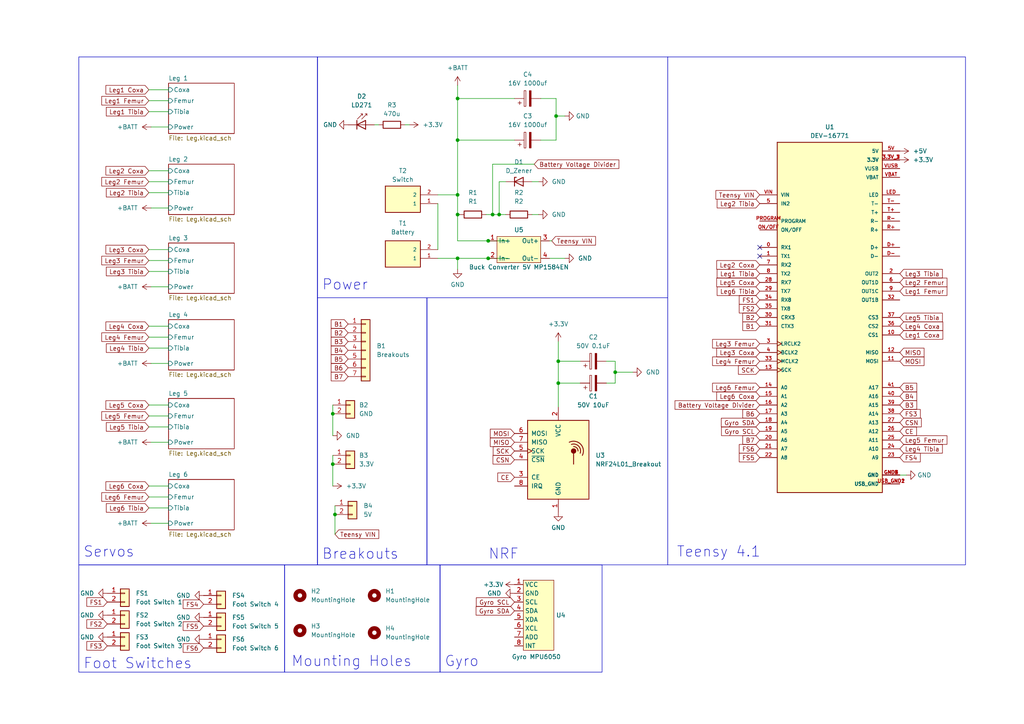
<source format=kicad_sch>
(kicad_sch (version 20230121) (generator eeschema)
  (paper "A4")
  (title_block (title "Hexapod PCB - Teensy 4.1") (date "2025-02-20") (rev "1") (company "Aecert Robotics") (comment 1 "Teensy 4.1 - 18 servos - NRF24l01- Gyro - Voltage Reg - Battery & Switch Terminals"))
  (lib_symbols
    (symbol "Buck Converter 5v MP1584EN:Buck_Converter_5v_MP1584EN"
      (property "Reference" "U" (at 0 0 0))
      (symbol "Buck_Converter_5v_MP1584EN_1_1"
        (rectangle (start -6.35 8.89) (end 6.35 1.27) (fill (type background)))
        (pin power_in line (at -8.89 7.62 0) (length 2.54) (name "In+") (number "1"))
        (pin power_in line (at -8.89 2.54 0) (length 2.54) (name "In-") (number "2"))
        (pin power_out line (at 8.89 7.62 180) (length 2.54) (name "Out+") (number "3"))
        (pin power_out line (at 8.89 2.54 180) (length 2.54) (name "Out-") (number "4"))
      )
    )
    (symbol "Connector_Generic:Conn_01x02" (pin_names (offset 1.016) hide)
      (property "Reference" "J" (at 0 2.54 0))
      (property "Value" "Conn_01x02" (at 0 -5.08 0))
      (symbol "Conn_01x02_1_1"
        (rectangle (start -1.27 -2.413) (end 0 -2.667) (stroke (width 0.1524)))
        (rectangle (start -1.27 0.127) (end 0 -0.127) (stroke (width 0.1524)))
        (rectangle (start -1.27 1.27) (end 1.27 -3.81) (stroke (width 0.254)) (fill (type background)))
        (pin passive line (at -5.08 0 0) (length 3.81) (name "Pin_1") (number "1"))
        (pin passive line (at -5.08 -2.54 0) (length 3.81) (name "Pin_2") (number "2"))
      )
    )
    (symbol "Connector_Generic:Conn_01x07" (pin_names (offset 1.016) hide)
      (property "Reference" "J" (at 0 10.16 0))
      (property "Value" "Conn_01x07" (at 0 -10.16 0))
      (symbol "Conn_01x07_1_1"
        (rectangle (start -1.27 -7.493) (end 0 -7.747) (stroke (width 0.1524)))
        (rectangle (start -1.27 -4.953) (end 0 -5.207) (stroke (width 0.1524)))
        (rectangle (start -1.27 -2.413) (end 0 -2.667) (stroke (width 0.1524)))
        (rectangle (start -1.27 0.127) (end 0 -0.127) (stroke (width 0.1524)))
        (rectangle (start -1.27 2.667) (end 0 2.413) (stroke (width 0.1524)))
        (rectangle (start -1.27 5.207) (end 0 4.953) (stroke (width 0.1524)))
        (rectangle (start -1.27 7.747) (end 0 7.493) (stroke (width 0.1524)))
        (rectangle (start -1.27 8.89) (end 1.27 -8.89) (stroke (width 0.254)) (fill (type background)))
        (pin passive line (at -5.08 7.62 0) (length 3.81) (name "Pin_1") (number "1"))
        (pin passive line (at -5.08 5.08 0) (length 3.81) (name "Pin_2") (number "2"))
        (pin passive line (at -5.08 2.54 0) (length 3.81) (name "Pin_3") (number "3"))
        (pin passive line (at -5.08 0 0) (length 3.81) (name "Pin_4") (number "4"))
        (pin passive line (at -5.08 -2.54 0) (length 3.81) (name "Pin_5") (number "5"))
        (pin passive line (at -5.08 -5.08 0) (length 3.81) (name "Pin_6") (number "6"))
        (pin passive line (at -5.08 -7.62 0) (length 3.81) (name "Pin_7") (number "7"))
      )
    )
    (symbol "Device:C_Polarized" (pin_numbers hide) (pin_names (offset 0.254))
      (property "Reference" "C" (at 0.635 2.54 0))
      (property "Value" "C_Polarized" (at 0.635 -2.54 0))
      (symbol "C_Polarized_0_1"
        (rectangle (start -2.286 0.508) (end 2.286 1.016))
        (polyline (pts (xy -1.778 2.286) (xy -0.762 2.286)))
        (polyline (pts (xy -1.27 2.794) (xy -1.27 1.778)))
        (rectangle (start 2.286 -0.508) (end -2.286 -1.016) (fill (type outline)))
      )
      (symbol "C_Polarized_1_1"
        (pin passive line (at 0 3.81 270) (length 2.794) (name "~") (number "1"))
        (pin passive line (at 0 -3.81 90) (length 2.794) (name "~") (number "2"))
      )
    )
    (symbol "Device:D_Zener" (pin_numbers hide) (pin_names (offset 1.016) hide)
      (property "Reference" "D" (at 0 2.54 0))
      (property "Value" "D_Zener" (at 0 -2.54 0))
      (symbol "D_Zener_0_1"
        (polyline (pts (xy 1.27 0) (xy -1.27 0)))
        (polyline (pts (xy -1.27 -1.27) (xy -1.27 1.27) (xy -0.762 1.27)) (stroke (width 0.254)))
        (polyline (pts (xy 1.27 -1.27) (xy 1.27 1.27) (xy -1.27 0) (xy 1.27 -1.27)) (stroke (width 0.254)))
      )
      (symbol "D_Zener_1_1"
        (pin passive line (at -3.81 0 0) (length 2.54) (name "K") (number "1"))
        (pin passive line (at 3.81 0 180) (length 2.54) (name "A") (number "2"))
      )
    )
    (symbol "Device:R" (pin_numbers hide) (pin_names (offset 0))
      (property "Reference" "R" (at 2.032 0 90))
      (property "Value" "R" (at 0 0 90))
      (symbol "R_0_1"
        (rectangle (start -1.016 -2.54) (end 1.016 2.54) (stroke (width 0.254)))
      )
      (symbol "R_1_1"
        (pin passive line (at 0 3.81 270) (length 1.27) (name "~") (number "1"))
        (pin passive line (at 0 -3.81 90) (length 1.27) (name "~") (number "2"))
      )
    )
    (symbol "LED:LD271" (pin_numbers hide) (pin_names (offset 1.016) hide)
      (property "Reference" "D" (at 0.508 1.778 0))
      (property "Value" "LD271" (at -1.016 -2.794 0))
      (symbol "LD271_0_1"
        (polyline (pts (xy -2.54 1.27) (xy -2.54 -1.27)) (stroke (width 0.254)))
        (polyline (pts (xy 0 0) (xy -2.54 0)))
        (polyline (pts (xy 0.381 3.175) (xy -0.127 3.175)))
        (polyline (pts (xy -1.143 1.651) (xy 0.381 3.175) (xy 0.381 2.667)))
        (polyline (pts (xy 0 -1.27) (xy -2.54 0) (xy 0 1.27) (xy 0 -1.27)) (stroke (width 0.254)))
        (polyline (pts (xy -2.413 1.651) (xy -0.889 3.175) (xy -0.889 2.667) (xy -0.889 3.175) (xy -1.397 3.175)))
      )
      (symbol "LD271_1_1"
        (pin passive line (at -5.08 0 0) (length 2.54) (name "K") (number "1"))
        (pin passive line (at 2.54 0 180) (length 2.54) (name "A") (number "2"))
      )
    )
    (symbol "MPU6050 THT:MPU6050_THT"
      (property "Reference" "U" (at 0 0 0))
      (symbol "MPU6050_THT_1_1"
        (rectangle (start -2.54 24.13) (end 6.35 3.81) (fill (type background)))
        (pin power_in line (at -5.08 22.86 0) (length 2.54) (name "VCC") (number "1"))
        (pin power_in line (at -5.08 20.32 0) (length 2.54) (name "GND") (number "2"))
        (pin output line (at -5.08 17.78 0) (length 2.54) (name "SCL") (number "3"))
        (pin output line (at -5.08 15.24 0) (length 2.54) (name "SDA") (number "4"))
        (pin output line (at -5.08 12.7 0) (length 2.54) (name "XDA") (number "5"))
        (pin output line (at -5.08 10.16 0) (length 2.54) (name "XCL") (number "6"))
        (pin output line (at -5.08 7.62 0) (length 2.54) (name "ADO") (number "7"))
        (pin output line (at -5.08 5.08 0) (length 2.54) (name "INT") (number "8"))
      )
    )
    (symbol "Mechanical:MountingHole" (pin_names (offset 1.016))
      (property "Reference" "H" (at 0 5.08 0))
      (property "Value" "MountingHole" (at 0 3.175 0))
      (symbol "MountingHole_0_1"
        (circle (center 0 0) (radius 1.27) (stroke (width 1.27)))
      )
    )
    (symbol "Power Terminal 2 Pin:TB005-762-02BE" (pin_names (offset 1.016))
      (property "Reference" "J" (at -5.58 5.08 0))
      (property "Value" "TB005-762-02BE" (at -5.08 -5.08 0))
      (symbol "TB005-762-02BE_0_0"
        (rectangle (start -5.08 -2.54) (end 5.08 5.08) (stroke (width 0.254)) (fill (type background)))
        (pin passive line (at -10.16 2.54 0) (length 5.08) (name "1") (number "1"))
        (pin passive line (at -10.16 0 0) (length 5.08) (name "2") (number "2"))
      )
    )
    (symbol "RF:NRF24L01_Breakout" (pin_names (offset 1.016))
      (property "Reference" "U" (at -8.89 12.7 0))
      (property "Value" "NRF24L01_Breakout" (at 3.81 12.7 0))
      (symbol "NRF24L01_Breakout_0_1"
        (rectangle (start -8.89 11.43) (end 8.89 -11.43) (stroke (width 0.254)) (fill (type background)))
        (polyline (pts (xy 4.445 1.905) (xy 4.445 -1.27)) (stroke (width 0.254)))
        (circle (center 4.445 2.54) (radius 0.635) (stroke (width 0.254)) (fill (type outline)))
        (arc (start 5.715 2.54) (mid 5.3521 3.4546) (end 4.445 3.81) (stroke (width 0.254)))
        (arc (start 6.35 1.905) (mid 5.8763 3.9854) (end 3.81 4.445) (stroke (width 0.254)))
        (arc (start 6.985 1.27) (mid 6.453 4.548) (end 3.175 5.08) (stroke (width 0.254)))
      )
      (symbol "NRF24L01_Breakout_1_1"
        (pin power_in line (at 0 -15.24 90) (length 3.81) (name "GND") (number "1"))
        (pin power_in line (at 0 15.24 270) (length 3.81) (name "VCC") (number "2"))
        (pin input line (at -12.7 -5.08 0) (length 3.81) (name "CE") (number "3"))
        (pin input line (at -12.7 0 0) (length 3.81) (name "~{CSN}") (number "4"))
        (pin input clock (at -12.7 2.54 0) (length 3.81) (name "SCK") (number "5"))
        (pin input line (at -12.7 7.62 0) (length 3.81) (name "MOSI") (number "6"))
        (pin output line (at -12.7 5.08 0) (length 3.81) (name "MISO") (number "7"))
        (pin output line (at -12.7 -7.62 0) (length 3.81) (name "IRQ") (number "8"))
      )
    )
    (symbol "Teensy 4.1:DEV-16771" (pin_names (offset 1.016))
      (property "Reference" "U" (at -15.24 52.07 0))
      (property "Value" "DEV-16771" (at -15.24 -53.34 0))
      (symbol "DEV-16771_0_0"
        (rectangle (start -15.24 -50.8) (end 15.24 50.8) (stroke (width 0.254)) (fill (type background)))
        (pin bidirectional line (at -20.32 20.32 0) (length 5.08) (name "RX1") (number "0"))
        (pin bidirectional line (at -20.32 17.78 0) (length 5.08) (name "TX1") (number "1"))
        (pin bidirectional line (at 20.32 -5.08 180) (length 5.08) (name "CS1") (number "10"))
        (pin bidirectional line (at 20.32 -12.7 180) (length 5.08) (name "MOSI") (number "11"))
        (pin bidirectional line (at 20.32 -10.16 180) (length 5.08) (name "MISO") (number "12"))
        (pin bidirectional clock (at -20.32 -15.24 0) (length 5.08) (name "SCK") (number "13"))
        (pin bidirectional line (at -20.32 -20.32 0) (length 5.08) (name "A0") (number "14"))
        (pin bidirectional line (at -20.32 -22.86 0) (length 5.08) (name "A1") (number "15"))
        (pin bidirectional line (at -20.32 -25.4 0) (length 5.08) (name "A2") (number "16"))
        (pin bidirectional line (at -20.32 -27.94 0) (length 5.08) (name "A3") (number "17"))
        (pin bidirectional line (at -20.32 -30.48 0) (length 5.08) (name "A4") (number "18"))
        (pin bidirectional line (at -20.32 -33.02 0) (length 5.08) (name "A5") (number "19"))
        (pin output line (at 20.32 12.7 180) (length 5.08) (name "OUT2") (number "2"))
        (pin bidirectional line (at -20.32 -35.56 0) (length 5.08) (name "A6") (number "20"))
        (pin bidirectional line (at -20.32 -38.1 0) (length 5.08) (name "A7") (number "21"))
        (pin bidirectional line (at -20.32 -40.64 0) (length 5.08) (name "A8") (number "22"))
        (pin bidirectional line (at 20.32 -40.64 180) (length 5.08) (name "A9") (number "23"))
        (pin bidirectional line (at 20.32 -38.1 180) (length 5.08) (name "A10") (number "24"))
        (pin bidirectional line (at 20.32 -35.56 180) (length 5.08) (name "A11") (number "25"))
        (pin bidirectional line (at 20.32 -33.02 180) (length 5.08) (name "A12") (number "26"))
        (pin bidirectional line (at 20.32 -30.48 180) (length 5.08) (name "A13") (number "27"))
        (pin bidirectional line (at -20.32 10.16 0) (length 5.08) (name "RX7") (number "28"))
        (pin bidirectional line (at -20.32 7.62 0) (length 5.08) (name "TX7") (number "29"))
        (pin bidirectional clock (at -20.32 -7.62 0) (length 5.08) (name "LRCLK2") (number "3"))
        (pin power_in line (at 20.32 45.72 180) (length 5.08) (name "3.3V") (number "3.3V_1"))
        (pin power_in line (at 20.32 45.72 180) (length 5.08) (name "3.3V") (number "3.3V_2"))
        (pin power_in line (at 20.32 45.72 180) (length 5.08) (name "3.3V") (number "3.3V_3"))
        (pin bidirectional line (at -20.32 0 0) (length 5.08) (name "CRX3") (number "30"))
        (pin bidirectional line (at -20.32 -2.54 0) (length 5.08) (name "CTX3") (number "31"))
        (pin output line (at 20.32 5.08 180) (length 5.08) (name "OUT1B") (number "32"))
        (pin bidirectional clock (at -20.32 -12.7 0) (length 5.08) (name "MCLK2") (number "33"))
        (pin bidirectional line (at -20.32 5.08 0) (length 5.08) (name "RX8") (number "34"))
        (pin bidirectional line (at -20.32 2.54 0) (length 5.08) (name "TX8") (number "35"))
        (pin bidirectional line (at 20.32 -2.54 180) (length 5.08) (name "CS2") (number "36"))
        (pin bidirectional line (at 20.32 0 180) (length 5.08) (name "CS3") (number "37"))
        (pin bidirectional line (at 20.32 -27.94 180) (length 5.08) (name "A14") (number "38"))
        (pin bidirectional line (at 20.32 -25.4 180) (length 5.08) (name "A15") (number "39"))
        (pin bidirectional clock (at -20.32 -10.16 0) (length 5.08) (name "BCLK2") (number "4"))
        (pin bidirectional line (at 20.32 -22.86 180) (length 5.08) (name "A16") (number "40"))
        (pin bidirectional line (at 20.32 -20.32 180) (length 5.08) (name "A17") (number "41"))
        (pin bidirectional line (at -20.32 33.02 0) (length 5.08) (name "IN2") (number "5"))
        (pin power_in line (at 20.32 48.26 180) (length 5.08) (name "5V") (number "5V"))
        (pin output line (at 20.32 10.16 180) (length 5.08) (name "OUT1D") (number "6"))
        (pin bidirectional line (at -20.32 15.24 0) (length 5.08) (name "RX2") (number "7"))
        (pin bidirectional line (at -20.32 12.7 0) (length 5.08) (name "TX2") (number "8"))
        (pin output line (at 20.32 7.62 180) (length 5.08) (name "OUT1C") (number "9"))
        (pin bidirectional line (at 20.32 20.32 180) (length 5.08) (name "D+") (number "D+"))
        (pin bidirectional line (at 20.32 17.78 180) (length 5.08) (name "D-") (number "D-"))
        (pin power_in line (at 20.32 -45.72 180) (length 5.08) (name "GND") (number "GND1"))
        (pin power_in line (at 20.32 -45.72 180) (length 5.08) (name "GND") (number "GND2"))
        (pin power_in line (at 20.32 -45.72 180) (length 5.08) (name "GND") (number "GND3"))
        (pin power_in line (at 20.32 -45.72 180) (length 5.08) (name "GND") (number "GND4"))
        (pin power_in line (at 20.32 -45.72 180) (length 5.08) (name "GND") (number "GND5"))
        (pin bidirectional line (at 20.32 35.56 180) (length 5.08) (name "LED") (number "LED"))
        (pin bidirectional line (at -20.32 25.4 0) (length 5.08) (name "ON/OFF") (number "ON/OFF"))
        (pin bidirectional line (at -20.32 27.94 0) (length 5.08) (name "PROGRAM") (number "PROGRAM"))
        (pin bidirectional line (at 20.32 25.4 180) (length 5.08) (name "R+") (number "R+"))
        (pin bidirectional line (at 20.32 27.94 180) (length 5.08) (name "R-") (number "R-"))
        (pin bidirectional line (at 20.32 30.48 180) (length 5.08) (name "T+") (number "T+"))
        (pin bidirectional line (at 20.32 33.02 180) (length 5.08) (name "T-") (number "T-"))
        (pin power_in line (at 20.32 -48.26 180) (length 5.08) (name "USB_GND") (number "USB_GND1"))
        (pin power_in line (at 20.32 -48.26 180) (length 5.08) (name "USB_GND") (number "USB_GND2"))
        (pin passive line (at 20.32 40.64 180) (length 5.08) (name "VBAT") (number "VBAT"))
        (pin input line (at -20.32 35.56 0) (length 5.08) (name "VIN") (number "VIN"))
        (pin passive line (at 20.32 43.18 180) (length 5.08) (name "VUSB") (number "VUSB"))
      )
    )
    (symbol "power:+3.3V" (power) (pin_names (offset 0))
      (property "Value" "+3.3V" (at 0 3.556 0))
      (symbol "+3.3V_0_1"
        (polyline (pts (xy -0.762 1.27) (xy 0 2.54)))
        (polyline (pts (xy 0 0) (xy 0 2.54)))
        (polyline (pts (xy 0 2.54) (xy 0.762 1.27)))
      )
      (symbol "+3.3V_1_1"
        (pin power_in line (at 0 0 90) (length 0) hide (name "+3.3V") (number "1"))
      )
    )
    (symbol "power:+5V" (power) (pin_names (offset 0))
      (property "Value" "+5V" (at 0 3.556 0))
      (symbol "+5V_0_1"
        (polyline (pts (xy -0.762 1.27) (xy 0 2.54)))
        (polyline (pts (xy 0 0) (xy 0 2.54)))
        (polyline (pts (xy 0 2.54) (xy 0.762 1.27)))
      )
      (symbol "+5V_1_1"
        (pin power_in line (at 0 0 90) (length 0) hide (name "+5V") (number "1"))
      )
    )
    (symbol "power:+BATT" (power) (pin_names (offset 0))
      (property "Value" "+BATT" (at 0 3.556 0))
      (symbol "+BATT_0_1"
        (polyline (pts (xy -0.762 1.27) (xy 0 2.54)))
        (polyline (pts (xy 0 0) (xy 0 2.54)))
        (polyline (pts (xy 0 2.54) (xy 0.762 1.27)))
      )
      (symbol "+BATT_1_1"
        (pin power_in line (at 0 0 90) (length 0) hide (name "+BATT") (number "1"))
      )
    )
    (symbol "power:GND" (power) (pin_names (offset 0))
      (property "Value" "GND" (at 0 -3.81 0))
      (symbol "GND_0_1"
        (polyline (pts (xy 0 0) (xy 0 -1.27) (xy 1.27 -1.27) (xy 0 -2.54) (xy -1.27 -1.27) (xy 0 -1.27)))
      )
      (symbol "GND_1_1"
        (pin power_in line (at 0 0 270) (length 0) hide (name "GND") (number "1"))
      )
    )
  )
  (junction (at 141.605 69.85))
  (junction (at 96.52 134.62))
  (junction (at 161.925 104.775))
  (junction (at 161.29 33.655))
  (junction (at 97.155 149.225))
  (junction (at 161.925 111.125))
  (junction (at 144.78 62.23))
  (junction (at 141.605 74.93))
  (junction (at 132.715 40.64))
  (junction (at 132.715 56.515))
  (junction (at 96.52 120.015))
  (junction (at 132.715 62.23))
  (junction (at 142.875 62.23))
  (junction (at 132.715 74.93))
  (junction (at 132.715 28.575))
  (junction (at 178.435 107.95))
  (no_connect (at 220.345 74.295))
  (no_connect (at 220.345 71.755))
  (wire (pts (xy 43.18 147.32) (xy 48.895 147.32)))
  (wire (pts (xy 178.435 107.95) (xy 178.435 111.125)))
  (wire (pts (xy 43.18 32.385) (xy 48.895 32.385)))
  (wire (pts (xy 132.715 28.575) (xy 132.715 40.64)))
  (wire (pts (xy 43.18 55.88) (xy 48.895 55.88)))
  (wire (pts (xy 96.52 132.08) (xy 96.52 134.62)))
  (wire (pts (xy 43.18 94.615) (xy 48.895 94.615)))
  (wire (pts (xy 161.29 33.655) (xy 161.29 40.64)))
  (wire (pts (xy 156.845 40.64) (xy 161.29 40.64)))
  (wire (pts (xy 43.815 60.325) (xy 48.895 60.325)))
  (wire (pts (xy 159.385 74.93) (xy 163.83 74.93)))
  (wire (pts (xy 178.435 104.775) (xy 175.895 104.775)))
  (wire (pts (xy 43.18 100.965) (xy 48.895 100.965)))
  (wire (pts (xy 43.18 144.145) (xy 48.895 144.145)))
  (wire (pts (xy 156.845 28.575) (xy 161.29 28.575)))
  (wire (pts (xy 132.715 69.85) (xy 141.605 69.85)))
  (wire (pts (xy 142.875 62.23) (xy 144.78 62.23)))
  (wire (pts (xy 117.475 36.195) (xy 118.745 36.195)))
  (wire (pts (xy 43.18 97.79) (xy 48.895 97.79)))
  (wire (pts (xy 161.925 104.775) (xy 161.925 111.125)))
  (wire (pts (xy 161.29 28.575) (xy 161.29 33.655)))
  (wire (pts (xy 43.18 29.21) (xy 48.895 29.21)))
  (wire (pts (xy 96.52 120.015) (xy 96.52 126.365)))
  (wire (pts (xy 147.32 69.85) (xy 141.605 69.85)))
  (wire (pts (xy 132.715 74.93) (xy 132.715 78.105)))
  (wire (pts (xy 142.875 62.23) (xy 142.875 47.625)))
  (wire (pts (xy 43.815 128.27) (xy 48.895 128.27)))
  (wire (pts (xy 132.715 62.23) (xy 133.35 62.23)))
  (wire (pts (xy 163.83 33.655) (xy 161.29 33.655)))
  (wire (pts (xy 144.78 52.705) (xy 146.685 52.705)))
  (wire (pts (xy 183.515 107.95) (xy 178.435 107.95)))
  (wire (pts (xy 132.715 28.575) (xy 149.225 28.575)))
  (wire (pts (xy 154.305 62.23) (xy 156.21 62.23)))
  (wire (pts (xy 43.18 120.65) (xy 48.895 120.65)))
  (wire (pts (xy 43.18 78.74) (xy 48.895 78.74)))
  (wire (pts (xy 132.715 24.765) (xy 132.715 28.575)))
  (wire (pts (xy 161.925 99.06) (xy 161.925 104.775)))
  (wire (pts (xy 144.78 52.705) (xy 144.78 62.23)))
  (wire (pts (xy 96.52 117.475) (xy 96.52 120.015)))
  (wire (pts (xy 132.715 40.64) (xy 149.225 40.64)))
  (wire (pts (xy 96.52 134.62) (xy 96.52 140.97)))
  (wire (pts (xy 144.78 62.23) (xy 146.685 62.23)))
  (wire (pts (xy 43.18 140.97) (xy 48.895 140.97)))
  (wire (pts (xy 140.97 62.23) (xy 142.875 62.23)))
  (wire (pts (xy 127 56.515) (xy 132.715 56.515)))
  (wire (pts (xy 43.18 49.53) (xy 48.895 49.53)))
  (wire (pts (xy 132.715 69.85) (xy 132.715 62.23)))
  (wire (pts (xy 127 59.055) (xy 127 72.39)))
  (wire (pts (xy 97.155 146.685) (xy 97.155 149.225)))
  (wire (pts (xy 178.435 111.125) (xy 175.895 111.125)))
  (wire (pts (xy 260.985 137.795) (xy 262.89 137.795)))
  (wire (pts (xy 161.925 111.125) (xy 168.275 111.125)))
  (wire (pts (xy 156.21 52.705) (xy 154.305 52.705)))
  (wire (pts (xy 142.875 47.625) (xy 154.94 47.625)))
  (wire (pts (xy 97.155 149.225) (xy 97.155 154.94)))
  (wire (pts (xy 43.815 105.41) (xy 48.895 105.41)))
  (wire (pts (xy 132.715 62.23) (xy 132.715 56.515)))
  (wire (pts (xy 43.18 72.39) (xy 48.895 72.39)))
  (wire (pts (xy 43.18 26.035) (xy 48.895 26.035)))
  (wire (pts (xy 43.18 117.475) (xy 48.895 117.475)))
  (wire (pts (xy 160.02 69.85) (xy 159.385 69.85)))
  (wire (pts (xy 43.815 36.83) (xy 48.895 36.83)))
  (wire (pts (xy 108.585 36.195) (xy 109.855 36.195)))
  (wire (pts (xy 161.925 104.775) (xy 168.275 104.775)))
  (wire (pts (xy 43.18 52.705) (xy 48.895 52.705)))
  (wire (pts (xy 161.925 111.125) (xy 161.925 118.11)))
  (wire (pts (xy 43.18 75.565) (xy 48.895 75.565)))
  (wire (pts (xy 43.18 123.825) (xy 48.895 123.825)))
  (wire (pts (xy 147.32 74.93) (xy 141.605 74.93)))
  (wire (pts (xy 178.435 104.775) (xy 178.435 107.95)))
  (wire (pts (xy 43.815 83.185) (xy 48.895 83.185)))
  (wire (pts (xy 132.715 74.93) (xy 141.605 74.93)))
  (wire (pts (xy 127 74.93) (xy 132.715 74.93)))
  (wire (pts (xy 43.815 151.765) (xy 48.895 151.765)))
  (wire (pts (xy 132.715 40.64) (xy 132.715 56.515)))
  (rectangle (start 82.55 163.83) (end 127.635 194.945))
  (rectangle (start 92.075 86.36) (end 123.825 163.83))
  (rectangle (start 193.675 16.51) (end 280.035 163.83))
  (rectangle (start 22.86 163.83) (end 82.55 194.945))
  (rectangle (start 92.075 16.51) (end 193.675 86.36))
  (rectangle (start 123.825 86.36) (end 193.675 163.83))
  (rectangle (start 22.86 16.51) (end 92.075 163.83))
  (rectangle (start 127.635 163.83) (end 174.625 194.945))
  (text "Foot Switches" (at 24.13 194.31 0) (effects (font (size 3 3)) (justify left bottom)))
  (text "Gyro\n" (at 128.905 193.675 0) (effects (font (size 3 3)) (justify left bottom)))
  (text "Teensy 4.1" (at 196.215 161.925 0) (effects (font (size 3 3)) (justify left bottom)))
  (text "Servos\n" (at 24.13 161.925 0) (effects (font (size 3 3)) (justify left bottom)))
  (text "Power\n" (at 93.345 84.455 0) (effects (font (size 3 3)) (justify left bottom)))
  (text "Mounting Holes\n" (at 84.455 193.675 0) (effects (font (size 3 3)) (justify left bottom)))
  (text "Breakouts" (at 93.345 162.56 0) (effects (font (size 3 3)) (justify left bottom)))
  (text "NRF" (at 141.605 162.56 0) (effects (font (size 3 3)) (justify left bottom)))
  (global_label "FS2" (shape input) (at 220.345 89.535 180) (property "Intersheetrefs" "${INTERSHEET_REFS}" (effects hide)))
  (global_label "Leg2 Coxa" (shape input) (at 43.18 49.53 180) (property "Intersheetrefs" "${INTERSHEET_REFS}" (effects hide)))
  (global_label "B7" (shape input) (at 220.345 127.635 180) (property "Intersheetrefs" "${INTERSHEET_REFS}" (effects hide)))
  (global_label "Gyro SCL" (shape input) (at 220.345 125.095 180) (property "Intersheetrefs" "${INTERSHEET_REFS}" (effects hide)))
  (global_label "CSN" (shape input) (at 260.985 122.555 0) (property "Intersheetrefs" "${INTERSHEET_REFS}" (effects hide)))
  (global_label "Leg4 Tibia" (shape input) (at 260.985 130.175 0) (property "Intersheetrefs" "${INTERSHEET_REFS}" (effects hide)))
  (global_label "FS5" (shape input) (at 59.055 181.61 180) (property "Intersheetrefs" "${INTERSHEET_REFS}" (effects hide)))
  (global_label "FS3" (shape input) (at 260.985 120.015 0) (property "Intersheetrefs" "${INTERSHEET_REFS}" (effects hide)))
  (global_label "Leg3 Femur" (shape input) (at 43.18 75.565 180) (property "Intersheetrefs" "${INTERSHEET_REFS}" (effects hide)))
  (global_label "Leg4 Femur" (shape input) (at 220.345 104.775 180) (property "Intersheetrefs" "${INTERSHEET_REFS}" (effects hide)))
  (global_label "B1" (shape input) (at 100.965 93.98 180) (property "Intersheetrefs" "${INTERSHEET_REFS}" (effects hide)))
  (global_label "Leg6 Coxa" (shape input) (at 220.345 114.935 180) (property "Intersheetrefs" "${INTERSHEET_REFS}" (effects hide)))
  (global_label "FS4" (shape input) (at 59.055 175.26 180) (property "Intersheetrefs" "${INTERSHEET_REFS}" (effects hide)))
  (global_label "B2" (shape input) (at 220.345 92.075 180) (property "Intersheetrefs" "${INTERSHEET_REFS}" (effects hide)))
  (global_label "FS3" (shape input) (at 31.115 187.325 180) (property "Intersheetrefs" "${INTERSHEET_REFS}" (effects hide)))
  (global_label "FS6" (shape input) (at 59.055 187.96 180) (property "Intersheetrefs" "${INTERSHEET_REFS}" (effects hide)))
  (global_label "Leg3 Femur" (shape input) (at 220.345 99.695 180) (property "Intersheetrefs" "${INTERSHEET_REFS}" (effects hide)))
  (global_label "FS6" (shape input) (at 220.345 130.175 180) (property "Intersheetrefs" "${INTERSHEET_REFS}" (effects hide)))
  (global_label "Leg6 Tibia" (shape input) (at 220.345 84.455 180) (property "Intersheetrefs" "${INTERSHEET_REFS}" (effects hide)))
  (global_label "Leg6 Coxa" (shape input) (at 43.18 140.97 180) (property "Intersheetrefs" "${INTERSHEET_REFS}" (effects hide)))
  (global_label "Leg4 Femur" (shape input) (at 43.18 97.79 180) (property "Intersheetrefs" "${INTERSHEET_REFS}" (effects hide)))
  (global_label "B4" (shape input) (at 100.965 101.6 180) (property "Intersheetrefs" "${INTERSHEET_REFS}" (effects hide)))
  (global_label "Leg6 Femur" (shape input) (at 43.18 144.145 180) (property "Intersheetrefs" "${INTERSHEET_REFS}" (effects hide)))
  (global_label "Leg2 Tibia" (shape input) (at 43.18 55.88 180) (property "Intersheetrefs" "${INTERSHEET_REFS}" (effects hide)))
  (global_label "B4" (shape input) (at 260.985 114.935 0) (property "Intersheetrefs" "${INTERSHEET_REFS}" (effects hide)))
  (global_label "Leg5 Femur" (shape input) (at 260.985 127.635 0) (property "Intersheetrefs" "${INTERSHEET_REFS}" (effects hide)))
  (global_label "Teensy VIN" (shape input) (at 97.155 154.94 0) (property "Intersheetrefs" "${INTERSHEET_REFS}" (effects hide)))
  (global_label "B6" (shape input) (at 220.345 120.015 180) (property "Intersheetrefs" "${INTERSHEET_REFS}" (effects hide)))
  (global_label "Leg1 Tibia" (shape input) (at 220.345 79.375 180) (property "Intersheetrefs" "${INTERSHEET_REFS}" (effects hide)))
  (global_label "FS1" (shape input) (at 220.345 86.995 180) (property "Intersheetrefs" "${INTERSHEET_REFS}" (effects hide)))
  (global_label "Leg2 Coxa" (shape input) (at 220.345 76.835 180) (property "Intersheetrefs" "${INTERSHEET_REFS}" (effects hide)))
  (global_label "B5" (shape input) (at 260.985 112.395 0) (property "Intersheetrefs" "${INTERSHEET_REFS}" (effects hide)))
  (global_label "Battery Voltage Divider" (shape input) (at 154.94 47.625 0) (property "Intersheetrefs" "${INTERSHEET_REFS}" (effects hide)))
  (global_label "Teensy VIN" (shape input) (at 220.345 56.515 180) (property "Intersheetrefs" "${INTERSHEET_REFS}" (effects hide)))
  (global_label "FS2" (shape input) (at 31.115 180.975 180) (property "Intersheetrefs" "${INTERSHEET_REFS}" (effects hide)))
  (global_label "SCK" (shape input) (at 220.345 107.315 180) (property "Intersheetrefs" "${INTERSHEET_REFS}" (effects hide)))
  (global_label "Leg6 Tibia" (shape input) (at 43.18 147.32 180) (property "Intersheetrefs" "${INTERSHEET_REFS}" (effects hide)))
  (global_label "Leg1 Coxa" (shape input) (at 260.985 97.155 0) (property "Intersheetrefs" "${INTERSHEET_REFS}" (effects hide)))
  (global_label "MISO" (shape input) (at 260.985 102.235 0) (property "Intersheetrefs" "${INTERSHEET_REFS}" (effects hide)))
  (global_label "Leg6 Femur" (shape input) (at 220.345 112.395 180) (property "Intersheetrefs" "${INTERSHEET_REFS}" (effects hide)))
  (global_label "B1" (shape input) (at 220.345 94.615 180) (property "Intersheetrefs" "${INTERSHEET_REFS}" (effects hide)))
  (global_label "Leg3 Coxa" (shape input) (at 43.18 72.39 180) (property "Intersheetrefs" "${INTERSHEET_REFS}" (effects hide)))
  (global_label "Leg1 Femur" (shape input) (at 43.18 29.21 180) (property "Intersheetrefs" "${INTERSHEET_REFS}" (effects hide)))
  (global_label "Leg4 Tibia" (shape input) (at 43.18 100.965 180) (property "Intersheetrefs" "${INTERSHEET_REFS}" (effects hide)))
  (global_label "CE" (shape input) (at 260.985 125.095 0) (property "Intersheetrefs" "${INTERSHEET_REFS}" (effects hide)))
  (global_label "FS5" (shape input) (at 220.345 132.715 180) (property "Intersheetrefs" "${INTERSHEET_REFS}" (effects hide)))
  (global_label "Leg3 Tibia" (shape input) (at 43.18 78.74 180) (property "Intersheetrefs" "${INTERSHEET_REFS}" (effects hide)))
  (global_label "SCK" (shape input) (at 149.225 130.81 180) (property "Intersheetrefs" "${INTERSHEET_REFS}" (effects hide)))
  (global_label "B3" (shape input) (at 100.965 99.06 180) (property "Intersheetrefs" "${INTERSHEET_REFS}" (effects hide)))
  (global_label "Leg5 Tibia" (shape input) (at 43.18 123.825 180) (property "Intersheetrefs" "${INTERSHEET_REFS}" (effects hide)))
  (global_label "Leg1 Femur" (shape input) (at 260.985 84.455 0) (property "Intersheetrefs" "${INTERSHEET_REFS}" (effects hide)))
  (global_label "Teensy VIN" (shape input) (at 160.02 69.85 0) (property "Intersheetrefs" "${INTERSHEET_REFS}" (effects hide)))
  (global_label "MOSI" (shape input) (at 260.985 104.775 0) (property "Intersheetrefs" "${INTERSHEET_REFS}" (effects hide)))
  (global_label "Leg2 Femur" (shape input) (at 260.985 81.915 0) (property "Intersheetrefs" "${INTERSHEET_REFS}" (effects hide)))
  (global_label "Leg5 Femur" (shape input) (at 43.18 120.65 180) (property "Intersheetrefs" "${INTERSHEET_REFS}" (effects hide)))
  (global_label "Leg3 Coxa" (shape input) (at 220.345 102.235 180) (property "Intersheetrefs" "${INTERSHEET_REFS}" (effects hide)))
  (global_label "Leg2 Tibia" (shape input) (at 220.345 59.055 180) (property "Intersheetrefs" "${INTERSHEET_REFS}" (effects hide)))
  (global_label "CSN" (shape input) (at 149.225 133.35 180) (property "Intersheetrefs" "${INTERSHEET_REFS}" (effects hide)))
  (global_label "FS1" (shape input) (at 31.115 174.625 180) (property "Intersheetrefs" "${INTERSHEET_REFS}" (effects hide)))
  (global_label "Gyro SDA" (shape input) (at 220.345 122.555 180) (property "Intersheetrefs" "${INTERSHEET_REFS}" (effects hide)))
  (global_label "Leg3 Tibia" (shape input) (at 260.985 79.375 0) (property "Intersheetrefs" "${INTERSHEET_REFS}" (effects hide)))
  (global_label "B5" (shape input) (at 100.965 104.14 180) (property "Intersheetrefs" "${INTERSHEET_REFS}" (effects hide)))
  (global_label "Leg5 Coxa" (shape input) (at 43.18 117.475 180) (property "Intersheetrefs" "${INTERSHEET_REFS}" (effects hide)))
  (global_label "Leg1 Coxa" (shape input) (at 43.18 26.035 180) (property "Intersheetrefs" "${INTERSHEET_REFS}" (effects hide)))
  (global_label "B7" (shape input) (at 100.965 109.22 180) (property "Intersheetrefs" "${INTERSHEET_REFS}" (effects hide)))
  (global_label "Leg5 Coxa" (shape input) (at 220.345 81.915 180) (property "Intersheetrefs" "${INTERSHEET_REFS}" (effects hide)))
  (global_label "Leg2 Femur" (shape input) (at 43.18 52.705 180) (property "Intersheetrefs" "${INTERSHEET_REFS}" (effects hide)))
  (global_label "Battery Voltage Divider" (shape input) (at 220.345 117.475 180) (property "Intersheetrefs" "${INTERSHEET_REFS}" (effects hide)))
  (global_label "FS4" (shape input) (at 260.985 132.715 0) (property "Intersheetrefs" "${INTERSHEET_REFS}" (effects hide)))
  (global_label "Leg4 Coxa" (shape input) (at 43.18 94.615 180) (property "Intersheetrefs" "${INTERSHEET_REFS}" (effects hide)))
  (global_label "MOSI" (shape input) (at 149.225 125.73 180) (property "Intersheetrefs" "${INTERSHEET_REFS}" (effects hide)))
  (global_label "Leg5 Tibia" (shape input) (at 260.985 92.075 0) (property "Intersheetrefs" "${INTERSHEET_REFS}" (effects hide)))
  (global_label "Leg1 Tibia" (shape input) (at 43.18 32.385 180) (property "Intersheetrefs" "${INTERSHEET_REFS}" (effects hide)))
  (global_label "B6" (shape input) (at 100.965 106.68 180) (property "Intersheetrefs" "${INTERSHEET_REFS}" (effects hide)))
  (global_label "Gyro SCL" (shape input) (at 149.225 174.625 180) (property "Intersheetrefs" "${INTERSHEET_REFS}" (effects hide)))
  (global_label "B3" (shape input) (at 260.985 117.475 0) (property "Intersheetrefs" "${INTERSHEET_REFS}" (effects hide)))
  (global_label "CE" (shape input) (at 149.225 138.43 180) (property "Intersheetrefs" "${INTERSHEET_REFS}" (effects hide)))
  (global_label "Gyro SDA" (shape input) (at 149.225 177.165 180) (property "Intersheetrefs" "${INTERSHEET_REFS}" (effects hide)))
  (global_label "Leg4 Coxa" (shape input) (at 260.985 94.615 0) (property "Intersheetrefs" "${INTERSHEET_REFS}" (effects hide)))
  (global_label "MISO" (shape input) (at 149.225 128.27 180) (property "Intersheetrefs" "${INTERSHEET_REFS}" (effects hide)))
  (global_label "B2" (shape input) (at 100.965 96.52 180) (property "Intersheetrefs" "${INTERSHEET_REFS}" (effects hide)))
  (symbol (lib_id "power:+BATT") (at 132.715 24.765 0) (unit 1)
    (property "Reference" "#PWR04" (effects hide))
    (property "Value" "+BATT" (at 132.715 19.685 0))
  )
  (symbol (lib_id "Connector_Generic:Conn_01x02") (at 36.195 172.085 0) (unit 1)
    (property "Reference" "FS1" (at 39.37 172.085 0) (effects (justify left)))
    (property "Value" "Foot Switch 1" (at 39.37 174.625 0) (effects (justify left)))
    (property "Footprint" "Connector_PinHeader_2.54mm:PinHeader_1x02_P2.54mm_Vertical" (effects hide))
  )
  (symbol (lib_id "power:GND") (at 59.055 172.72 270) (unit 1)
    (property "Reference" "#PWR030" (effects hide))
    (property "Value" "GND" (at 55.245 172.72 90) (effects (justify right)))
  )
  (symbol (lib_id "Connector_Generic:Conn_01x02") (at 101.6 132.08 0) (unit 1)
    (property "Reference" "B3" (at 104.14 132.08 0) (effects (justify left)))
    (property "Value" "3.3V" (at 104.14 134.62 0) (effects (justify left)))
    (property "Footprint" "Connector_PinSocket_2.54mm:PinSocket_1x02_P2.54mm_Vertical" (effects hide))
  )
  (symbol (lib_id "power:+BATT") (at 43.815 128.27 90) (unit 1)
    (property "Reference" "#PWR013" (effects hide))
    (property "Value" "+BATT" (at 40.005 128.27 90) (effects (justify left)))
  )
  (symbol (lib_id "power:+BATT") (at 43.815 105.41 90) (unit 1)
    (property "Reference" "#PWR011" (effects hide))
    (property "Value" "+BATT" (at 40.005 105.41 90) (effects (justify left)))
  )
  (symbol (lib_id "Connector_Generic:Conn_01x02") (at 64.135 172.72 0) (unit 1)
    (property "Reference" "FS4" (at 67.31 172.72 0) (effects (justify left)))
    (property "Value" "Foot Switch 4" (at 67.31 175.26 0) (effects (justify left)))
    (property "Footprint" "Connector_PinHeader_2.54mm:PinHeader_1x02_P2.54mm_Vertical" (effects hide))
  )
  (symbol (lib_id "power:GND") (at 132.715 78.105 0) (unit 1)
    (property "Reference" "#PWR05" (effects hide))
    (property "Value" "GND" (at 132.715 82.55 0))
  )
  (symbol (lib_id "power:GND") (at 149.225 172.085 270) (unit 1)
    (property "Reference" "#PWR024" (effects hide))
    (property "Value" "GND" (at 145.415 172.085 90) (effects (justify right)))
  )
  (symbol (lib_id "power:+3.3V") (at 96.52 140.97 270) (unit 1)
    (property "Reference" "#PWR034" (effects hide))
    (property "Value" "+3.3V" (at 100.33 140.97 90) (effects (justify left)))
  )
  (symbol (lib_id "Device:C_Polarized") (at 153.035 28.575 90) (unit 1)
    (property "Reference" "C4" (at 153.035 21.59 90))
    (property "Value" "16V 1000uf" (at 153.035 24.13 90))
    (property "Footprint" "Capacitor_THT:CP_Radial_D10.0mm_P5.00mm" (effects hide))
  )
  (symbol (lib_id "power:GND") (at 59.055 185.42 270) (unit 1)
    (property "Reference" "#PWR032" (effects hide))
    (property "Value" "GND" (at 55.245 185.42 90) (effects (justify right)))
  )
  (symbol (lib_id "power:GND") (at 161.925 148.59 0) (unit 1)
    (property "Reference" "#PWR019" (effects hide))
    (property "Value" "GND" (at 161.925 153.035 0))
  )
  (symbol (lib_id "power:+3.3V") (at 118.745 36.195 270) (unit 1)
    (property "Reference" "#PWR035" (effects hide))
    (property "Value" "+3.3V" (at 122.555 36.195 90) (effects (justify left)))
  )
  (symbol (lib_id "power:GND") (at 31.115 172.085 270) (unit 1)
    (property "Reference" "#PWR027" (effects hide))
    (property "Value" "GND" (at 27.305 172.085 90) (effects (justify right)))
  )
  (symbol (lib_id "power:+3.3V") (at 149.225 169.545 90) (unit 1)
    (property "Reference" "#PWR023" (effects hide))
    (property "Value" "+3.3V" (at 146.05 169.545 90) (effects (justify left)))
  )
  (symbol (lib_id "Mechanical:MountingHole") (at 108.585 183.515 0) (unit 1)
    (property "Reference" "H4" (at 111.76 182.245 0) (effects (justify left)))
    (property "Value" "MountingHole" (at 111.76 184.785 0) (effects (justify left)))
    (property "Footprint" "MountingHole:MountingHole_3.2mm_M3" (effects hide))
  )
  (symbol (lib_id "RF:NRF24L01_Breakout") (at 161.925 133.35 0) (unit 1)
    (property "Reference" "U3" (at 172.72 132.08 0) (effects (justify left)))
    (property "Value" "NRF24L01_Breakout" (at 172.72 134.62 0) (effects (justify left)))
    (property "Footprint" "RF_Module:nRF24L01_Breakout" (effects hide))
    (property "Datasheet" "http://www.nordicsemi.com/eng/content/download/2730/34105/file/nRF24L01_Product_Specification_v2_0.pdf" (effects hide))
  )
  (symbol (lib_id "Connector_Generic:Conn_01x02") (at 101.6 117.475 0) (unit 1)
    (property "Reference" "B2" (at 104.14 117.475 0) (effects (justify left)))
    (property "Value" "GND" (at 104.14 120.015 0) (effects (justify left)))
    (property "Footprint" "Connector_PinSocket_2.54mm:PinSocket_1x02_P2.54mm_Vertical" (effects hide))
  )
  (symbol (lib_id "Connector_Generic:Conn_01x02") (at 102.235 146.685 0) (unit 1)
    (property "Reference" "B4" (at 105.41 146.685 0) (effects (justify left)))
    (property "Value" "5V" (at 105.41 149.225 0) (effects (justify left)))
    (property "Footprint" "Connector_PinSocket_2.54mm:PinSocket_1x02_P2.54mm_Vertical" (effects hide))
  )
  (symbol (lib_id "Buck Converter 5v MP1584EN:Buck_Converter_5v_MP1584EN") (at 150.495 77.47 0) (unit 1)
    (property "Reference" "U5" (at 150.495 66.675 0))
    (property "Value" "Buck Converter 5V MP1584EN" (at 150.495 77.47 0))
    (property "Footprint" "Buck Converter 5V MP1584EN:Buck Converter 5V MP1584EN" (effects hide))
  )
  (symbol (lib_id "Connector_Generic:Conn_01x07") (at 106.045 101.6 0) (unit 1)
    (property "Reference" "B1" (at 109.22 100.33 0) (effects (justify left)))
    (property "Value" "Breakouts" (at 109.22 102.87 0) (effects (justify left)))
    (property "Footprint" "Connector_PinSocket_2.54mm:PinSocket_1x07_P2.54mm_Vertical" (effects hide))
  )
  (symbol (lib_id "Mechanical:MountingHole") (at 86.995 172.72 0) (unit 1)
    (property "Reference" "H2" (at 90.17 171.45 0) (effects (justify left)))
    (property "Value" "MountingHole" (at 90.17 173.99 0) (effects (justify left)))
    (property "Footprint" "MountingHole:MountingHole_3.2mm_M3" (effects hide))
  )
  (symbol (lib_id "power:GND") (at 31.115 178.435 270) (unit 1)
    (property "Reference" "#PWR028" (effects hide))
    (property "Value" "GND" (at 27.305 178.435 90) (effects (justify right)))
  )
  (symbol (lib_id "Connector_Generic:Conn_01x02") (at 64.135 179.07 0) (unit 1)
    (property "Reference" "FS5" (at 67.31 179.07 0) (effects (justify left)))
    (property "Value" "Foot Switch 5" (at 67.31 181.61 0) (effects (justify left)))
    (property "Footprint" "Connector_PinHeader_2.54mm:PinHeader_1x02_P2.54mm_Vertical" (effects hide))
  )
  (symbol (lib_id "power:+BATT") (at 43.815 60.325 90) (unit 1)
    (property "Reference" "#PWR07" (effects hide))
    (property "Value" "+BATT" (at 40.005 60.325 90) (effects (justify left)))
  )
  (symbol (lib_id "power:GND") (at 96.52 126.365 90) (unit 1)
    (property "Reference" "#PWR033" (effects hide))
    (property "Value" "GND" (at 100.33 126.365 90) (effects (justify right)))
  )
  (symbol (lib_id "Connector_Generic:Conn_01x02") (at 36.195 178.435 0) (unit 1)
    (property "Reference" "FS2" (at 39.37 178.435 0) (effects (justify left)))
    (property "Value" "Foot Switch 2" (at 39.37 180.975 0) (effects (justify left)))
    (property "Footprint" "Connector_PinHeader_2.54mm:PinHeader_1x02_P2.54mm_Vertical" (effects hide))
  )
  (symbol (lib_id "Device:D_Zener") (at 150.495 52.705 0) (unit 1)
    (property "Reference" "D1" (at 150.495 46.99 0))
    (property "Value" "D_Zener" (at 150.495 49.53 0))
    (property "Footprint" "Diode_THT:D_T-1_P5.08mm_Horizontal" (effects hide))
  )
  (symbol (lib_id "Teensy 4.1:DEV-16771") (at 240.665 92.075 0) (unit 1)
    (property "Reference" "U1" (at 240.665 36.83 0))
    (property "Value" "DEV-16771" (at 240.665 39.37 0))
    (property "Footprint" "Teensy 4.1:MODULE_DEV-16771" (effects hide))
    (property "MF" "SparkFun Electronics" (effects hide))
    (property "MAXIMUM_PACKAGE_HEIGHT" "4.07mm" (effects hide))
    (property "Package" "None" (effects hide))
    (property "Price" "None" (effects hide))
    (property "Check_prices" "https://www.snapeda.com/parts/DEV-16771/SparkFun/view-part/?ref=eda" (effects hide))
    (property "STANDARD" "Manufacturer recommendations" (effects hide))
    (property "PARTREV" "4.1" (effects hide))
    (property "SnapEDA_Link" "https://www.snapeda.com/parts/DEV-16771/SparkFun/view-part/?ref=snap" (effects hide))
    (property "MP" "DEV-16771" (effects hide))
    (property "Description" "\n                        \n                            RT1062 Teensy 4.1 series ARM® Cortex®-M7 MPU Embedded Evaluation Board\n                        \n" (effects hide))
    (property "Availability" "In Stock" (effects hide))
    (property "MANUFACTURER" "SparkFun Electronics" (effects hide))
  )
  (symbol (lib_id "Mechanical:MountingHole") (at 108.585 172.72 0) (unit 1)
    (property "Reference" "H1" (at 111.76 171.45 0) (effects (justify left)))
    (property "Value" "MountingHole" (at 111.76 173.99 0) (effects (justify left)))
    (property "Footprint" "MountingHole:MountingHole_3.2mm_M3" (effects hide))
  )
  (symbol (lib_id "Device:R") (at 137.16 62.23 90) (unit 1)
    (property "Reference" "R1" (at 137.16 55.88 90))
    (property "Value" "R1" (at 137.16 58.42 90))
    (property "Footprint" "Resistor_THT:R_Axial_DIN0207_L6.3mm_D2.5mm_P7.62mm_Horizontal" (effects hide))
  )
  (symbol (lib_id "power:GND") (at 163.83 74.93 90) (unit 1)
    (property "Reference" "#PWR03" (effects hide))
    (property "Value" "GND" (at 167.64 74.93 90) (effects (justify right)))
  )
  (symbol (lib_id "Power Terminal 2 Pin:TB005-762-02BE") (at 116.84 72.39 180) (unit 1)
    (property "Reference" "T1" (at 116.84 64.77 0))
    (property "Value" "Battery" (at 116.84 67.31 0))
    (property "Footprint" "Terminal 2 Pin:CUI_TB005-762-02BE" (effects hide))
    (property "MF" "Same Sky" (effects hide))
    (property "Description" "\n                        \n                            2~24 Poles, Screw Type, Horizontal, 7.62 Pitch, 26~10 (AWG), Terminal Block Connector  \n                        \n" (effects hide))
    (property "Package" "None" (effects hide))
    (property "Price" "None" (effects hide))
    (property "Check_prices" "https://www.snapeda.com/parts/TB005-762-02BE/Same+Sky/view-part/?ref=eda" (effects hide))
    (property "STANDARD" "Manufacturer Recommendations" (effects hide))
    (property "SnapEDA_Link" "https://www.snapeda.com/parts/TB005-762-02BE/Same+Sky/view-part/?ref=snap" (effects hide))
    (property "MP" "TB005-762-02BE" (effects hide))
    (property "Availability" "In Stock" (effects hide))
    (property "MANUFACTURER" "CUI" (effects hide))
  )
  (symbol (lib_id "Device:C_Polarized") (at 172.085 104.775 90) (unit 1)
    (property "Reference" "C2" (at 172.085 97.79 90))
    (property "Value" "50V 0.1uF" (at 172.085 100.33 90))
    (property "Footprint" "Capacitor_THT:CP_Radial_D4.0mm_P2.00mm" (effects hide))
  )
  (symbol (lib_id "Device:R") (at 113.665 36.195 90) (unit 1)
    (property "Reference" "R3" (at 113.665 30.48 90))
    (property "Value" "470u" (at 113.665 33.02 90))
    (property "Footprint" "Resistor_THT:R_Axial_DIN0207_L6.3mm_D2.5mm_P7.62mm_Horizontal" (effects hide))
  )
  (symbol (lib_id "Connector_Generic:Conn_01x02") (at 36.195 184.785 0) (unit 1)
    (property "Reference" "FS3" (at 39.37 184.785 0) (effects (justify left)))
    (property "Value" "Foot Switch 3" (at 39.37 187.325 0) (effects (justify left)))
    (property "Footprint" "Connector_PinHeader_2.54mm:PinHeader_1x02_P2.54mm_Vertical" (effects hide))
  )
  (symbol (lib_id "power:+BATT") (at 43.815 36.83 90) (unit 1)
    (property "Reference" "#PWR06" (effects hide))
    (property "Value" "+BATT" (at 40.005 36.83 90) (effects (justify left)))
  )
  (symbol (lib_id "MPU6050 THT:MPU6050_THT") (at 154.305 192.405 0) (unit 1)
    (property "Reference" "U4" (at 161.29 178.435 0) (effects (justify left)))
    (property "Value" "Gyro MPU6050" (at 155.575 190.5 0))
    (property "Footprint" "MPU6050 THT:MPU6050 THT" (effects hide))
  )
  (symbol (lib_id "LED:LD271") (at 106.045 36.195 0) (unit 1)
    (property "Reference" "D2" (at 104.902 27.94 0))
    (property "Value" "LD271" (at 104.902 30.48 0))
    (property "Footprint" "LED_THT:LED_D5.0mm_IRGrey" (effects hide))
    (property "Datasheet" "http://www.alliedelec.com/m/d/40788c34903a719969df15f1fbea1056.pdf" (effects hide))
  )
  (symbol (lib_id "power:GND") (at 31.115 184.785 270) (unit 1)
    (property "Reference" "#PWR029" (effects hide))
    (property "Value" "GND" (at 27.305 184.785 90) (effects (justify right)))
  )
  (symbol (lib_id "power:GND") (at 59.055 179.07 270) (unit 1)
    (property "Reference" "#PWR031" (effects hide))
    (property "Value" "GND" (at 55.245 179.07 90) (effects (justify right)))
  )
  (symbol (lib_id "power:+3.3V") (at 161.925 99.06 0) (unit 1)
    (property "Reference" "#PWR018" (effects hide))
    (property "Value" "+3.3V" (at 161.925 93.98 0))
  )
  (symbol (lib_id "power:+5V") (at 260.985 43.815 270) (unit 1)
    (property "Reference" "#PWR022" (effects hide))
    (property "Value" "+5V" (at 264.795 43.815 90) (effects (justify left)))
  )
  (symbol (lib_id "Device:C_Polarized") (at 172.085 111.125 90) (unit 1)
    (property "Reference" "C1" (at 172.085 114.935 90))
    (property "Value" "50V 10uF" (at 172.085 117.475 90))
    (property "Footprint" "Capacitor_THT:CP_Radial_D5.0mm_P2.00mm" (effects hide))
  )
  (symbol (lib_id "Connector_Generic:Conn_01x02") (at 64.135 185.42 0) (unit 1)
    (property "Reference" "FS6" (at 67.31 185.42 0) (effects (justify left)))
    (property "Value" "Foot Switch 6" (at 67.31 187.96 0) (effects (justify left)))
    (property "Footprint" "Connector_PinHeader_2.54mm:PinHeader_1x02_P2.54mm_Vertical" (effects hide))
  )
  (symbol (lib_id "Device:C_Polarized") (at 153.035 40.64 90) (unit 1)
    (property "Reference" "C3" (at 153.035 33.655 90))
    (property "Value" "16V 1000uf" (at 153.035 36.195 90))
    (property "Footprint" "Capacitor_THT:CP_Radial_D10.0mm_P5.00mm" (effects hide))
  )
  (symbol (lib_id "power:GND") (at 100.965 36.195 270) (unit 1)
    (property "Reference" "#PWR036" (effects hide))
    (property "Value" "GND" (at 97.79 36.195 90) (effects (justify right)))
  )
  (symbol (lib_id "power:GND") (at 262.89 137.795 90) (unit 1)
    (property "Reference" "#PWR01" (effects hide))
    (property "Value" "GND" (at 266.065 137.795 90) (effects (justify right)))
  )
  (symbol (lib_id "Power Terminal 2 Pin:TB005-762-02BE") (at 116.84 56.515 180) (unit 1)
    (property "Reference" "T2" (at 116.84 49.53 0))
    (property "Value" "Switch" (at 116.84 52.07 0))
    (property "Footprint" "Terminal 2 Pin:CUI_TB005-762-02BE" (effects hide))
    (property "MF" "Same Sky" (effects hide))
    (property "Description" "\n                        \n                            2~24 Poles, Screw Type, Horizontal, 7.62 Pitch, 26~10 (AWG), Terminal Block Connector  \n                        \n" (effects hide))
    (property "Package" "None" (effects hide))
    (property "Price" "None" (effects hide))
    (property "Check_prices" "https://www.snapeda.com/parts/TB005-762-02BE/Same+Sky/view-part/?ref=eda" (effects hide))
    (property "STANDARD" "Manufacturer Recommendations" (effects hide))
    (property "SnapEDA_Link" "https://www.snapeda.com/parts/TB005-762-02BE/Same+Sky/view-part/?ref=snap" (effects hide))
    (property "MP" "TB005-762-02BE" (effects hide))
    (property "Availability" "In Stock" (effects hide))
    (property "MANUFACTURER" "CUI" (effects hide))
  )
  (symbol (lib_id "power:GND") (at 156.21 52.705 90) (unit 1)
    (property "Reference" "#PWR026" (effects hide))
    (property "Value" "GND" (at 160.02 52.705 90) (effects (justify right)))
  )
  (symbol (lib_id "power:+BATT") (at 43.815 151.765 90) (unit 1)
    (property "Reference" "#PWR015" (effects hide))
    (property "Value" "+BATT" (at 40.005 151.765 90) (effects (justify left)))
  )
  (symbol (lib_id "Mechanical:MountingHole") (at 86.995 182.88 0) (unit 1)
    (property "Reference" "H3" (at 90.17 181.61 0) (effects (justify left)))
    (property "Value" "MountingHole" (at 90.17 184.15 0) (effects (justify left)))
    (property "Footprint" "MountingHole:MountingHole_3.2mm_M3" (effects hide))
  )
  (symbol (lib_id "power:GND") (at 163.83 33.655 90) (unit 1)
    (property "Reference" "#PWR021" (effects hide))
    (property "Value" "GND" (at 167.005 33.655 90) (effects (justify right)))
  )
  (symbol (lib_id "power:+BATT") (at 43.815 83.185 90) (unit 1)
    (property "Reference" "#PWR09" (effects hide))
    (property "Value" "+BATT" (at 40.005 83.185 90) (effects (justify left)))
  )
  (symbol (lib_id "power:GND") (at 156.21 62.23 90) (unit 1)
    (property "Reference" "#PWR025" (effects hide))
    (property "Value" "GND" (at 160.02 62.23 90) (effects (justify right)))
  )
  (symbol (lib_id "Device:R") (at 150.495 62.23 90) (unit 1)
    (property "Reference" "R2" (at 150.495 55.88 90))
    (property "Value" "R2" (at 150.495 58.42 90))
    (property "Footprint" "Resistor_THT:R_Axial_DIN0207_L6.3mm_D2.5mm_P7.62mm_Horizontal" (effects hide))
  )
  (symbol (lib_id "power:+3.3V") (at 260.985 46.355 270) (unit 1)
    (property "Reference" "#PWR017" (effects hide))
    (property "Value" "+3.3V" (at 264.795 46.355 90) (effects (justify left)))
  )
  (symbol (lib_id "power:GND") (at 183.515 107.95 90) (unit 1)
    (property "Reference" "#PWR020" (effects hide))
    (property "Value" "GND" (at 187.325 107.95 90) (effects (justify right)))
  )
  (sheet (at 48.895 115.57) (size 19.05 14.605) (stroke (width 0.1524))
    (property "Sheetname" "Leg 5" (at 48.895 114.8584 0) (effects (justify left bottom)))
    (property "Sheetfile" "Leg.kicad_sch" (at 48.895 130.7596 0) (effects (justify left top)))
    (pin "Coxa" input (at 48.895 117.475 180))
    (pin "Femur" input (at 48.895 120.65 180))
    (pin "Tibia" input (at 48.895 123.825 180))
    (pin "Power" input (at 48.895 128.27 180))
  )
  (sheet (at 48.895 24.13) (size 19.05 14.605) (stroke (width 0.1524))
    (property "Sheetname" "Leg 1" (at 48.895 23.4184 0) (effects (justify left bottom)))
    (property "Sheetfile" "Leg.kicad_sch" (at 48.895 39.3196 0) (effects (justify left top)))
    (pin "Coxa" input (at 48.895 26.035 180))
    (pin "Femur" input (at 48.895 29.21 180))
    (pin "Tibia" input (at 48.895 32.385 180))
    (pin "Power" input (at 48.895 36.83 180))
  )
  (sheet (at 48.895 70.485) (size 19.05 14.605) (stroke (width 0.1524))
    (property "Sheetname" "Leg 3" (at 48.895 69.7734 0) (effects (justify left bottom)))
    (property "Sheetfile" "Leg.kicad_sch" (at 48.895 85.6746 0) (effects (justify left top)))
    (pin "Coxa" input (at 48.895 72.39 180))
    (pin "Femur" input (at 48.895 75.565 180))
    (pin "Tibia" input (at 48.895 78.74 180))
    (pin "Power" input (at 48.895 83.185 180))
  )
  (sheet (at 48.895 92.71) (size 19.05 14.605) (stroke (width 0.1524))
    (property "Sheetname" "Leg 4" (at 48.895 91.9984 0) (effects (justify left bottom)))
    (property "Sheetfile" "Leg.kicad_sch" (at 48.895 107.8996 0) (effects (justify left top)))
    (pin "Coxa" input (at 48.895 94.615 180))
    (pin "Femur" input (at 48.895 97.79 180))
    (pin "Tibia" input (at 48.895 100.965 180))
    (pin "Power" input (at 48.895 105.41 180))
  )
  (sheet (at 48.895 47.625) (size 19.05 14.605) (stroke (width 0.1524))
    (property "Sheetname" "Leg 2" (at 48.895 46.9134 0) (effects (justify left bottom)))
    (property "Sheetfile" "Leg.kicad_sch" (at 48.895 62.8146 0) (effects (justify left top)))
    (pin "Coxa" input (at 48.895 49.53 180))
    (pin "Femur" input (at 48.895 52.705 180))
    (pin "Tibia" input (at 48.895 55.88 180))
    (pin "Power" input (at 48.895 60.325 180))
  )
  (sheet (at 48.895 139.065) (size 19.05 14.605) (stroke (width 0.1524))
    (property "Sheetname" "Leg 6" (at 48.895 138.3534 0) (effects (justify left bottom)))
    (property "Sheetfile" "Leg.kicad_sch" (at 48.895 154.2546 0) (effects (justify left top)))
    (pin "Coxa" input (at 48.895 140.97 180))
    (pin "Femur" input (at 48.895 144.145 180))
    (pin "Tibia" input (at 48.895 147.32 180))
    (pin "Power" input (at 48.895 151.765 180))
  )
)
</source>
